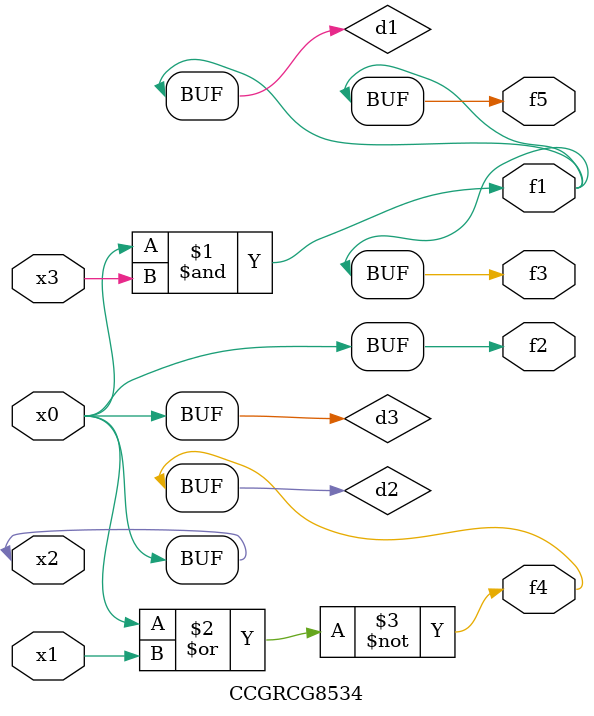
<source format=v>
module CCGRCG8534(
	input x0, x1, x2, x3,
	output f1, f2, f3, f4, f5
);

	wire d1, d2, d3;

	and (d1, x2, x3);
	nor (d2, x0, x1);
	buf (d3, x0, x2);
	assign f1 = d1;
	assign f2 = d3;
	assign f3 = d1;
	assign f4 = d2;
	assign f5 = d1;
endmodule

</source>
